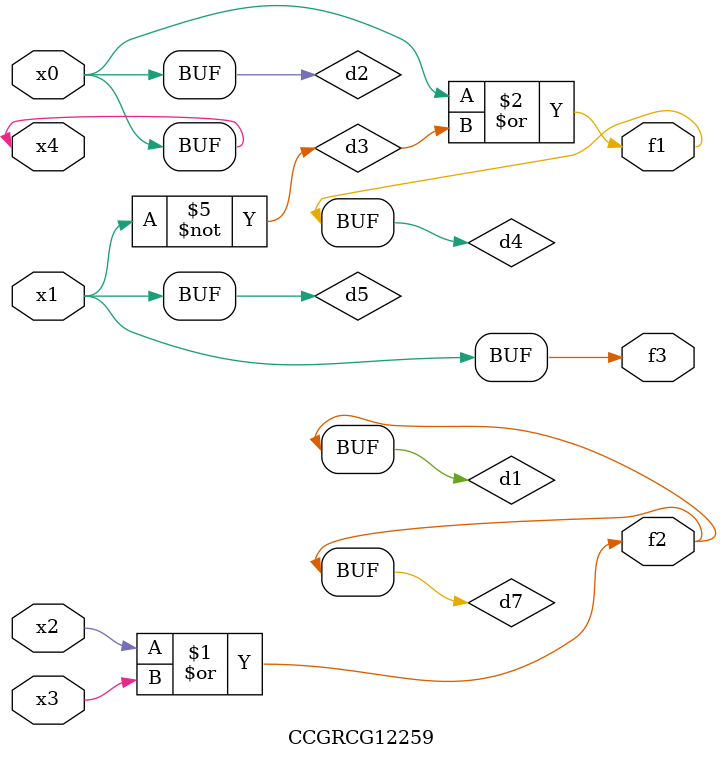
<source format=v>
module CCGRCG12259(
	input x0, x1, x2, x3, x4,
	output f1, f2, f3
);

	wire d1, d2, d3, d4, d5, d6, d7;

	or (d1, x2, x3);
	buf (d2, x0, x4);
	not (d3, x1);
	or (d4, d2, d3);
	not (d5, d3);
	nand (d6, d1, d3);
	or (d7, d1);
	assign f1 = d4;
	assign f2 = d7;
	assign f3 = d5;
endmodule

</source>
